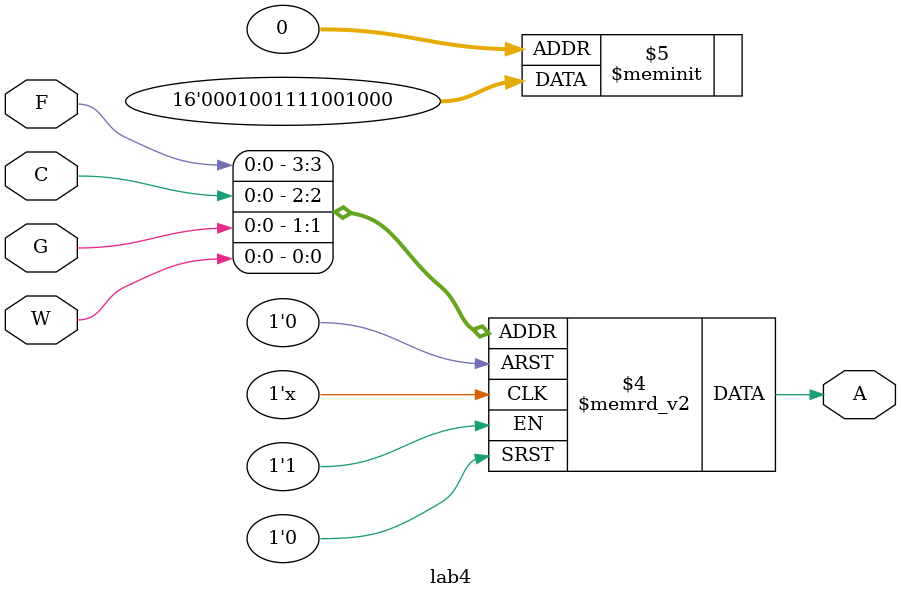
<source format=v>
module lab4(A, F, C, G, W);
input F, C, G, W;
output A;
reg A;

always @(F or C or G or W)
begin
	case({F, C, G, W})
	4'b0000: A =0;
	4'b0001: A =0;
	4'b0010: A =0;
	4'b0011: A =1;
	4'b0100: A =0;
	4'b0101: A =0;
	4'b0110: A =1;
	4'b0111: A =1;
	4'b1000: A =1;
	4'b1001: A =1;
	4'b1010: A =0;
	4'b1011: A =0;
	4'b1100: A =1;
	4'b1101: A =0;
	4'b1110: A =0;
	4'b1111: A =0;
	
	
	
	
	
	
	
	
	endcase
end
endmodule
</source>
